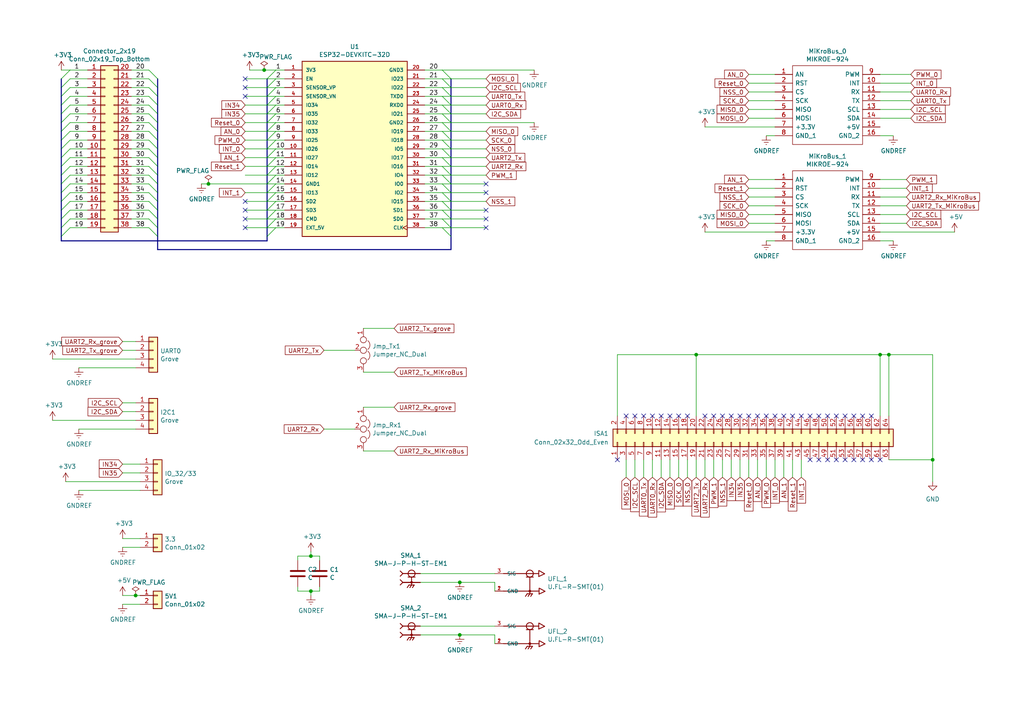
<source format=kicad_sch>
(kicad_sch (version 20211123) (generator eeschema)
  (paper "A4")
  (junction (at 133.35 168.91))
  (junction (at 255.27 102.87))
  (junction (at 133.35 184.15))
  (junction (at 76.6172 20.32))
  (junction (at 90.17 171.45))
  (junction (at 39.3341 172.72))
  (junction (at 201.93 102.87))
  (junction (at 90.17 161.29))
  (junction (at 270.51 133.35))
  (junction (at 257.81 102.87))
  (junction (at 60.4627 53.34))
  (no_connect (at 71.12 58.42))
  (no_connect (at 179.07 133.35))
  (no_connect (at 252.73 120.65))
  (no_connect (at 222.25 120.65))
  (no_connect (at 224.79 120.65))
  (no_connect (at 227.33 120.65))
  (no_connect (at 229.87 120.65))
  (no_connect (at 232.41 120.65))
  (no_connect (at 234.95 120.65))
  (no_connect (at 237.49 120.65))
  (no_connect (at 240.03 120.65))
  (no_connect (at 242.57 120.65))
  (no_connect (at 245.11 120.65))
  (no_connect (at 247.65 120.65))
  (no_connect (at 219.71 120.65))
  (no_connect (at 189.23 120.65))
  (no_connect (at 214.63 120.65))
  (no_connect (at 217.17 120.65))
  (no_connect (at 191.77 120.65))
  (no_connect (at 194.31 120.65))
  (no_connect (at 196.85 120.65))
  (no_connect (at 199.39 120.65))
  (no_connect (at 204.47 120.65))
  (no_connect (at 207.01 120.65))
  (no_connect (at 209.55 120.65))
  (no_connect (at 212.09 120.65))
  (no_connect (at 186.69 120.65))
  (no_connect (at 181.61 120.65))
  (no_connect (at 71.12 66.04))
  (no_connect (at 71.12 25.4))
  (no_connect (at 71.12 63.5))
  (no_connect (at 140.97 55.88))
  (no_connect (at 140.97 53.34))
  (no_connect (at 250.19 120.65))
  (no_connect (at 184.15 120.65))
  (no_connect (at 140.97 60.96))
  (no_connect (at 71.12 27.94))
  (no_connect (at 240.03 133.35))
  (no_connect (at 234.95 133.35))
  (no_connect (at 237.49 133.35))
  (no_connect (at 242.57 133.35))
  (no_connect (at 245.11 133.35))
  (no_connect (at 247.65 133.35))
  (no_connect (at 250.19 133.35))
  (no_connect (at 252.73 133.35))
  (no_connect (at 255.27 133.35))
  (no_connect (at 140.97 66.04))
  (no_connect (at 71.12 22.86))
  (no_connect (at 140.97 63.5))
  (no_connect (at 71.12 60.96))
  (bus_entry (at 77.47 68.58) (size 2.54 -2.54))
  (bus_entry (at 128.27 35.56) (size 2.54 2.54))
  (bus_entry (at 128.27 20.32) (size 2.54 2.54))
  (bus_entry (at 128.27 22.86) (size 2.54 2.54))
  (bus_entry (at 77.47 66.04) (size 2.54 -2.54))
  (bus_entry (at 17.78 68.58) (size 2.54 -2.54))
  (bus_entry (at 17.78 63.5) (size 2.54 -2.54))
  (bus_entry (at 77.47 48.26) (size 2.54 -2.54))
  (bus_entry (at 77.47 58.42) (size 2.54 -2.54))
  (bus_entry (at 17.78 48.26) (size 2.54 -2.54))
  (bus_entry (at 17.78 33.02) (size 2.54 -2.54))
  (bus_entry (at 77.47 60.96) (size 2.54 -2.54))
  (bus_entry (at 77.47 27.94) (size 2.54 -2.54))
  (bus_entry (at 17.78 60.96) (size 2.54 -2.54))
  (bus_entry (at 128.27 33.02) (size 2.54 2.54))
  (bus_entry (at 17.78 27.94) (size 2.54 -2.54))
  (bus_entry (at 128.27 66.04) (size 2.54 2.54))
  (bus_entry (at 77.47 63.5) (size 2.54 -2.54))
  (bus_entry (at 77.47 50.8) (size 2.54 -2.54))
  (bus_entry (at 17.78 55.88) (size 2.54 -2.54))
  (bus_entry (at 77.47 30.48) (size 2.54 -2.54))
  (bus_entry (at 77.47 33.02) (size 2.54 -2.54))
  (bus_entry (at 17.78 40.64) (size 2.54 -2.54))
  (bus_entry (at 43.18 50.8) (size 2.54 2.54))
  (bus_entry (at 128.27 58.42) (size 2.54 2.54))
  (bus_entry (at 17.78 22.86) (size 2.54 -2.54))
  (bus_entry (at 128.27 50.8) (size 2.54 2.54))
  (bus_entry (at 17.78 53.34) (size 2.54 -2.54))
  (bus_entry (at 77.47 53.34) (size 2.54 -2.54))
  (bus_entry (at 17.78 45.72) (size 2.54 -2.54))
  (bus_entry (at 17.78 43.18) (size 2.54 -2.54))
  (bus_entry (at 128.27 27.94) (size 2.54 2.54))
  (bus_entry (at 77.47 55.88) (size 2.54 -2.54))
  (bus_entry (at 43.18 55.88) (size 2.54 2.54))
  (bus_entry (at 128.27 53.34) (size 2.54 2.54))
  (bus_entry (at 17.78 35.56) (size 2.54 -2.54))
  (bus_entry (at 77.47 35.56) (size 2.54 -2.54))
  (bus_entry (at 43.18 43.18) (size 2.54 2.54))
  (bus_entry (at 128.27 45.72) (size 2.54 2.54))
  (bus_entry (at 17.78 38.1) (size 2.54 -2.54))
  (bus_entry (at 128.27 43.18) (size 2.54 2.54))
  (bus_entry (at 43.18 60.96) (size 2.54 2.54))
  (bus_entry (at 77.47 40.64) (size 2.54 -2.54))
  (bus_entry (at 128.27 38.1) (size 2.54 2.54))
  (bus_entry (at 77.47 45.72) (size 2.54 -2.54))
  (bus_entry (at 128.27 40.64) (size 2.54 2.54))
  (bus_entry (at 77.47 38.1) (size 2.54 -2.54))
  (bus_entry (at 43.18 20.32) (size 2.54 2.54))
  (bus_entry (at 128.27 55.88) (size 2.54 2.54))
  (bus_entry (at 43.18 40.64) (size 2.54 2.54))
  (bus_entry (at 128.27 60.96) (size 2.54 2.54))
  (bus_entry (at 128.27 63.5) (size 2.54 2.54))
  (bus_entry (at 43.18 53.34) (size 2.54 2.54))
  (bus_entry (at 43.18 45.72) (size 2.54 2.54))
  (bus_entry (at 43.18 25.4) (size 2.54 2.54))
  (bus_entry (at 43.18 58.42) (size 2.54 2.54))
  (bus_entry (at 43.18 33.02) (size 2.54 2.54))
  (bus_entry (at 128.27 25.4) (size 2.54 2.54))
  (bus_entry (at 43.18 35.56) (size 2.54 2.54))
  (bus_entry (at 77.47 25.4) (size 2.54 -2.54))
  (bus_entry (at 43.18 63.5) (size 2.54 2.54))
  (bus_entry (at 17.78 58.42) (size 2.54 -2.54))
  (bus_entry (at 17.78 30.48) (size 2.54 -2.54))
  (bus_entry (at 43.18 66.04) (size 2.54 2.54))
  (bus_entry (at 43.18 38.1) (size 2.54 2.54))
  (bus_entry (at 43.18 30.48) (size 2.54 2.54))
  (bus_entry (at 128.27 48.26) (size 2.54 2.54))
  (bus_entry (at 43.18 27.94) (size 2.54 2.54))
  (bus_entry (at 17.78 50.8) (size 2.54 -2.54))
  (bus_entry (at 77.47 22.86) (size 2.54 -2.54))
  (bus_entry (at 77.47 43.18) (size 2.54 -2.54))
  (bus_entry (at 43.18 48.26) (size 2.54 2.54))
  (bus_entry (at 128.27 30.48) (size 2.54 2.54))
  (bus_entry (at 17.78 66.04) (size 2.54 -2.54))
  (bus_entry (at 17.78 25.4) (size 2.54 -2.54))
  (bus_entry (at 43.18 22.86) (size 2.54 2.54))
  (wire (pts (xy 77.47 53.34) (xy 80.01 53.34)))
  (bus (pts (xy 17.78 40.64) (xy 17.78 43.18)))
  (wire (pts (xy 80.01 63.5) (xy 82.55 63.5)))
  (wire (pts (xy 123.19 48.26) (xy 128.27 48.26)))
  (wire (pts (xy 255.27 102.87) (xy 201.93 102.87)))
  (wire (pts (xy 123.19 45.72) (xy 128.27 45.72)))
  (bus (pts (xy 45.72 58.42) (xy 45.72 60.96)))
  (bus (pts (xy 45.72 68.58) (xy 45.72 72.39)))
  (wire (pts (xy 128.27 53.34) (xy 130.81 53.34)))
  (wire (pts (xy 20.32 25.4) (xy 25.4 25.4)))
  (wire (pts (xy 71.12 25.4) (xy 77.47 25.4)))
  (wire (pts (xy 143.51 186.69) (xy 143.51 184.15)))
  (wire (pts (xy 130.81 33.02) (xy 140.97 33.02)))
  (wire (pts (xy 43.18 48.26) (xy 38.1 48.26)))
  (wire (pts (xy 130.81 58.42) (xy 140.97 58.42)))
  (wire (pts (xy 201.93 133.35) (xy 201.93 138.43)))
  (bus (pts (xy 45.72 45.72) (xy 45.72 48.26)))
  (wire (pts (xy 20.32 58.42) (xy 25.4 58.42)))
  (bus (pts (xy 17.78 68.58) (xy 17.78 69.85)))
  (wire (pts (xy 80.01 45.72) (xy 82.55 45.72)))
  (bus (pts (xy 130.81 48.26) (xy 130.81 50.8)))
  (bus (pts (xy 130.81 72.39) (xy 45.72 72.39)))
  (wire (pts (xy 92.71 170.18) (xy 92.71 171.45)))
  (wire (pts (xy 123.19 20.32) (xy 128.27 20.32)))
  (wire (pts (xy 255.27 34.29) (xy 264.16 34.29)))
  (wire (pts (xy 22.86 106.68) (xy 39.37 106.68)))
  (bus (pts (xy 130.81 22.86) (xy 130.81 25.4)))
  (bus (pts (xy 77.47 33.02) (xy 77.47 35.56)))
  (wire (pts (xy 255.27 102.87) (xy 255.27 120.65)))
  (wire (pts (xy 71.12 30.48) (xy 77.47 30.48)))
  (wire (pts (xy 224.79 36.83) (xy 204.47 36.83)))
  (wire (pts (xy 130.81 48.26) (xy 140.97 48.26)))
  (wire (pts (xy 105.41 130.81) (xy 114.3 130.81)))
  (bus (pts (xy 130.81 27.94) (xy 130.81 30.48)))
  (wire (pts (xy 38.1 35.56) (xy 43.18 35.56)))
  (wire (pts (xy 130.81 50.8) (xy 140.97 50.8)))
  (wire (pts (xy 35.56 137.16) (xy 40.64 137.16)))
  (bus (pts (xy 17.78 38.1) (xy 17.78 40.64)))
  (wire (pts (xy 20.32 63.5) (xy 25.4 63.5)))
  (bus (pts (xy 17.78 60.96) (xy 17.78 63.5)))
  (wire (pts (xy 38.1 25.4) (xy 43.18 25.4)))
  (bus (pts (xy 17.78 48.26) (xy 17.78 50.8)))
  (wire (pts (xy 264.16 21.59) (xy 255.27 21.59)))
  (wire (pts (xy 77.47 27.94) (xy 80.01 27.94)))
  (wire (pts (xy 39.37 104.14) (xy 15.24 104.14)))
  (wire (pts (xy 232.41 133.35) (xy 232.41 138.43)))
  (bus (pts (xy 17.78 63.5) (xy 17.78 66.04)))
  (wire (pts (xy 77.47 35.56) (xy 80.01 35.56)))
  (wire (pts (xy 38.1 55.88) (xy 43.18 55.88)))
  (wire (pts (xy 130.81 45.72) (xy 140.97 45.72)))
  (bus (pts (xy 77.47 68.58) (xy 77.47 69.85)))
  (wire (pts (xy 224.79 54.61) (xy 217.17 54.61)))
  (bus (pts (xy 77.47 40.64) (xy 77.47 43.18)))
  (wire (pts (xy 80.01 38.1) (xy 82.55 38.1)))
  (wire (pts (xy 121.92 168.91) (xy 133.35 168.91)))
  (wire (pts (xy 270.51 133.35) (xy 270.51 139.7)))
  (bus (pts (xy 45.72 60.96) (xy 45.72 63.5)))
  (wire (pts (xy 133.35 184.15) (xy 121.92 184.15)))
  (wire (pts (xy 77.47 50.8) (xy 80.01 50.8)))
  (wire (pts (xy 259.08 69.85) (xy 255.27 69.85)))
  (wire (pts (xy 123.19 38.1) (xy 128.27 38.1)))
  (wire (pts (xy 270.51 133.35) (xy 270.51 102.87)))
  (wire (pts (xy 71.12 60.96) (xy 77.47 60.96)))
  (wire (pts (xy 80.01 35.56) (xy 82.55 35.56)))
  (wire (pts (xy 43.18 53.34) (xy 38.1 53.34)))
  (wire (pts (xy 130.81 25.4) (xy 140.97 25.4)))
  (bus (pts (xy 77.47 58.42) (xy 77.47 60.96)))
  (wire (pts (xy 217.17 133.35) (xy 217.17 138.43)))
  (bus (pts (xy 130.81 60.96) (xy 130.81 63.5)))
  (wire (pts (xy 130.81 43.18) (xy 140.97 43.18)))
  (wire (pts (xy 93.98 124.46) (xy 102.87 124.46)))
  (wire (pts (xy 90.17 161.29) (xy 92.71 161.29)))
  (wire (pts (xy 219.71 133.35) (xy 219.71 138.43)))
  (bus (pts (xy 130.81 63.5) (xy 130.81 66.04)))
  (bus (pts (xy 130.81 30.48) (xy 130.81 33.02)))
  (bus (pts (xy 130.81 38.1) (xy 130.81 40.64)))
  (wire (pts (xy 181.61 133.35) (xy 181.61 138.43)))
  (wire (pts (xy 217.17 64.77) (xy 224.79 64.77)))
  (wire (pts (xy 80.01 25.4) (xy 82.55 25.4)))
  (wire (pts (xy 43.18 58.42) (xy 38.1 58.42)))
  (wire (pts (xy 264.16 29.21) (xy 255.27 29.21)))
  (bus (pts (xy 77.47 66.04) (xy 77.47 68.58)))
  (wire (pts (xy 224.79 57.15) (xy 217.17 57.15)))
  (wire (pts (xy 128.27 30.48) (xy 130.81 30.48)))
  (wire (pts (xy 43.18 27.94) (xy 38.1 27.94)))
  (wire (pts (xy 20.32 50.8) (xy 25.4 50.8)))
  (wire (pts (xy 71.12 38.1) (xy 77.47 38.1)))
  (bus (pts (xy 45.72 38.1) (xy 45.72 40.64)))
  (wire (pts (xy 71.12 45.72) (xy 77.47 45.72)))
  (wire (pts (xy 123.19 43.18) (xy 128.27 43.18)))
  (wire (pts (xy 227.33 133.35) (xy 227.33 138.43)))
  (bus (pts (xy 130.81 68.58) (xy 130.81 72.39)))
  (wire (pts (xy 39.37 116.84) (xy 35.56 116.84)))
  (wire (pts (xy 217.17 59.69) (xy 224.79 59.69)))
  (wire (pts (xy 77.47 40.64) (xy 80.01 40.64)))
  (bus (pts (xy 45.72 43.18) (xy 45.72 45.72)))
  (wire (pts (xy 224.79 24.13) (xy 217.17 24.13)))
  (wire (pts (xy 224.79 69.85) (xy 222.25 69.85)))
  (wire (pts (xy 186.69 133.35) (xy 186.69 138.43)))
  (wire (pts (xy 20.32 53.34) (xy 25.4 53.34)))
  (bus (pts (xy 17.78 33.02) (xy 17.78 35.56)))
  (wire (pts (xy 212.09 133.35) (xy 212.09 138.43)))
  (bus (pts (xy 130.81 53.34) (xy 130.81 55.88)))
  (wire (pts (xy 77.47 60.96) (xy 80.01 60.96)))
  (wire (pts (xy 39.3341 172.72) (xy 35.56 172.72)))
  (wire (pts (xy 17.78 20.32) (xy 20.32 20.32)))
  (bus (pts (xy 17.78 30.48) (xy 17.78 33.02)))
  (wire (pts (xy 39.37 99.06) (xy 35.56 99.06)))
  (wire (pts (xy 121.92 181.61) (xy 143.51 181.61)))
  (bus (pts (xy 45.72 25.4) (xy 45.72 27.94)))
  (wire (pts (xy 40.64 175.26) (xy 35.56 175.26)))
  (bus (pts (xy 130.81 25.4) (xy 130.81 27.94)))
  (bus (pts (xy 77.47 50.8) (xy 77.47 53.34)))
  (wire (pts (xy 128.27 66.04) (xy 130.81 66.04)))
  (wire (pts (xy 262.89 59.69) (xy 255.27 59.69)))
  (wire (pts (xy 128.27 45.72) (xy 130.81 45.72)))
  (wire (pts (xy 20.32 43.18) (xy 25.4 43.18)))
  (wire (pts (xy 92.71 161.29) (xy 92.71 162.56)))
  (wire (pts (xy 40.64 156.21) (xy 35.56 156.21)))
  (bus (pts (xy 77.47 60.96) (xy 77.47 63.5)))
  (wire (pts (xy 80.01 60.96) (xy 82.55 60.96)))
  (bus (pts (xy 45.72 53.34) (xy 45.72 55.88)))
  (wire (pts (xy 130.81 30.48) (xy 140.97 30.48)))
  (wire (pts (xy 20.32 30.48) (xy 25.4 30.48)))
  (wire (pts (xy 25.4 33.02) (xy 20.32 33.02)))
  (wire (pts (xy 38.1 45.72) (xy 43.18 45.72)))
  (wire (pts (xy 20.32 48.26) (xy 25.4 48.26)))
  (wire (pts (xy 179.07 102.87) (xy 179.07 120.65)))
  (wire (pts (xy 77.47 38.1) (xy 80.01 38.1)))
  (bus (pts (xy 17.78 53.34) (xy 17.78 55.88)))
  (wire (pts (xy 80.01 55.88) (xy 82.55 55.88)))
  (wire (pts (xy 130.81 55.88) (xy 140.97 55.88)))
  (wire (pts (xy 217.17 34.29) (xy 224.79 34.29)))
  (bus (pts (xy 17.78 25.4) (xy 17.78 27.94)))
  (wire (pts (xy 80.01 58.42) (xy 82.55 58.42)))
  (wire (pts (xy 224.79 67.31) (xy 204.47 67.31)))
  (bus (pts (xy 45.72 22.86) (xy 45.72 25.4)))
  (wire (pts (xy 184.15 133.35) (xy 184.15 138.43)))
  (bus (pts (xy 130.81 50.8) (xy 130.81 53.34)))
  (wire (pts (xy 86.36 161.29) (xy 90.17 161.29)))
  (wire (pts (xy 38.1 40.64) (xy 43.18 40.64)))
  (bus (pts (xy 77.47 43.18) (xy 77.47 45.72)))
  (wire (pts (xy 255.27 64.77) (xy 262.89 64.77)))
  (wire (pts (xy 128.27 48.26) (xy 130.81 48.26)))
  (wire (pts (xy 25.4 38.1) (xy 20.32 38.1)))
  (wire (pts (xy 123.19 60.96) (xy 128.27 60.96)))
  (wire (pts (xy 191.77 133.35) (xy 191.77 138.43)))
  (wire (pts (xy 207.01 133.35) (xy 207.01 138.43)))
  (wire (pts (xy 80.01 48.26) (xy 82.55 48.26)))
  (wire (pts (xy 130.81 22.86) (xy 140.97 22.86)))
  (wire (pts (xy 71.12 27.94) (xy 77.47 27.94)))
  (wire (pts (xy 264.16 31.75) (xy 255.27 31.75)))
  (bus (pts (xy 77.47 48.26) (xy 77.47 50.8)))
  (bus (pts (xy 45.72 40.64) (xy 45.72 43.18)))
  (wire (pts (xy 130.81 38.1) (xy 140.97 38.1)))
  (wire (pts (xy 128.27 38.1) (xy 130.81 38.1)))
  (bus (pts (xy 17.78 22.86) (xy 17.78 25.4)))
  (wire (pts (xy 128.27 60.96) (xy 130.81 60.96)))
  (wire (pts (xy 20.32 20.32) (xy 25.4 20.32)))
  (wire (pts (xy 77.47 33.02) (xy 80.01 33.02)))
  (wire (pts (xy 20.32 60.96) (xy 25.4 60.96)))
  (bus (pts (xy 45.72 50.8) (xy 45.72 53.34)))
  (wire (pts (xy 43.18 63.5) (xy 38.1 63.5)))
  (wire (pts (xy 128.27 55.88) (xy 130.81 55.88)))
  (wire (pts (xy 255.27 26.67) (xy 264.16 26.67)))
  (wire (pts (xy 217.17 29.21) (xy 224.79 29.21)))
  (wire (pts (xy 214.63 133.35) (xy 214.63 138.43)))
  (wire (pts (xy 264.16 24.13) (xy 255.27 24.13)))
  (wire (pts (xy 222.25 133.35) (xy 222.25 138.43)))
  (wire (pts (xy 71.12 66.04) (xy 77.47 66.04)))
  (wire (pts (xy 123.19 40.64) (xy 128.27 40.64)))
  (wire (pts (xy 130.81 60.96) (xy 140.97 60.96)))
  (wire (pts (xy 20.32 55.88) (xy 25.4 55.88)))
  (wire (pts (xy 128.27 25.4) (xy 130.81 25.4)))
  (wire (pts (xy 201.93 102.87) (xy 179.07 102.87)))
  (wire (pts (xy 189.23 133.35) (xy 189.23 138.43)))
  (wire (pts (xy 123.19 50.8) (xy 128.27 50.8)))
  (wire (pts (xy 25.4 45.72) (xy 20.32 45.72)))
  (wire (pts (xy 199.39 133.35) (xy 199.39 138.43)))
  (wire (pts (xy 80.01 20.32) (xy 82.55 20.32)))
  (wire (pts (xy 201.93 102.87) (xy 201.93 120.65)))
  (wire (pts (xy 130.81 63.5) (xy 140.97 63.5)))
  (wire (pts (xy 105.41 107.95) (xy 114.3 107.95)))
  (wire (pts (xy 224.79 133.35) (xy 224.79 138.43)))
  (wire (pts (xy 77.47 22.86) (xy 80.01 22.86)))
  (wire (pts (xy 40.64 172.72) (xy 39.3341 172.72)))
  (wire (pts (xy 130.81 66.04) (xy 140.97 66.04)))
  (bus (pts (xy 17.78 66.04) (xy 17.78 68.58)))
  (wire (pts (xy 39.37 121.92) (xy 15.24 121.92)))
  (wire (pts (xy 38.1 60.96) (xy 43.18 60.96)))
  (wire (pts (xy 224.79 21.59) (xy 217.17 21.59)))
  (wire (pts (xy 80.01 33.02) (xy 82.55 33.02)))
  (wire (pts (xy 128.27 27.94) (xy 130.81 27.94)))
  (bus (pts (xy 77.47 55.88) (xy 77.47 58.42)))
  (wire (pts (xy 130.81 40.64) (xy 140.97 40.64)))
  (wire (pts (xy 259.08 39.37) (xy 255.27 39.37)))
  (wire (pts (xy 80.01 50.8) (xy 82.55 50.8)))
  (wire (pts (xy 38.1 20.32) (xy 43.18 20.32)))
  (wire (pts (xy 35.56 134.62) (xy 40.64 134.62)))
  (wire (pts (xy 204.47 133.35) (xy 204.47 138.43)))
  (wire (pts (xy 262.89 57.15) (xy 255.27 57.15)))
  (bus (pts (xy 130.81 35.56) (xy 130.81 38.1)))
  (wire (pts (xy 77.47 66.04) (xy 80.01 66.04)))
  (wire (pts (xy 90.17 171.45) (xy 86.36 171.45)))
  (wire (pts (xy 257.81 102.87) (xy 257.81 120.65)))
  (bus (pts (xy 130.81 40.64) (xy 130.81 43.18)))
  (bus (pts (xy 130.81 45.72) (xy 130.81 48.26)))
  (bus (pts (xy 17.78 50.8) (xy 17.78 53.34)))
  (bus (pts (xy 130.81 58.42) (xy 130.81 60.96)))
  (wire (pts (xy 133.35 168.91) (xy 143.51 168.91)))
  (wire (pts (xy 123.19 35.56) (xy 128.27 35.56)))
  (wire (pts (xy 39.37 101.6) (xy 35.56 101.6)))
  (wire (pts (xy 71.12 33.02) (xy 77.47 33.02)))
  (wire (pts (xy 143.51 168.91) (xy 143.51 171.45)))
  (bus (pts (xy 17.78 35.56) (xy 17.78 38.1)))
  (bus (pts (xy 77.47 35.56) (xy 77.47 38.1)))
  (wire (pts (xy 123.19 63.5) (xy 128.27 63.5)))
  (bus (pts (xy 77.47 38.1) (xy 77.47 40.64)))
  (wire (pts (xy 123.19 58.42) (xy 128.27 58.42)))
  (wire (pts (xy 262.89 62.23) (xy 255.27 62.23)))
  (bus (pts (xy 130.81 43.18) (xy 130.81 45.72)))
  (wire (pts (xy 80.01 30.48) (xy 82.55 30.48)))
  (wire (pts (xy 229.87 133.35) (xy 229.87 138.43)))
  (wire (pts (xy 80.01 53.34) (xy 82.55 53.34)))
  (wire (pts (xy 43.18 22.86) (xy 38.1 22.86)))
  (bus (pts (xy 17.78 58.42) (xy 17.78 60.96)))
  (wire (pts (xy 43.18 33.02) (xy 38.1 33.02)))
  (wire (pts (xy 128.27 20.32) (xy 154.94 20.32)))
  (wire (pts (xy 38.1 50.8) (xy 43.18 50.8)))
  (bus (pts (xy 45.72 48.26) (xy 45.72 50.8)))
  (wire (pts (xy 77.47 30.48) (xy 80.01 30.48)))
  (wire (pts (xy 39.37 119.38) (xy 35.56 119.38)))
  (bus (pts (xy 77.47 25.4) (xy 77.47 27.94)))
  (wire (pts (xy 71.12 55.88) (xy 77.47 55.88)))
  (wire (pts (xy 77.47 55.88) (xy 80.01 55.88)))
  (wire (pts (xy 123.19 25.4) (xy 128.27 25.4)))
  (bus (pts (xy 17.78 45.72) (xy 17.78 48.26)))
  (wire (pts (xy 71.12 63.5) (xy 77.47 63.5)))
  (bus (pts (xy 45.72 63.5) (xy 45.72 66.04)))
  (wire (pts (xy 58.42 53.34) (xy 60.4627 53.34)))
  (wire (pts (xy 25.4 22.86) (xy 20.32 22.86)))
  (wire (pts (xy 80.01 22.86) (xy 82.55 22.86)))
  (wire (pts (xy 80.01 43.18) (xy 82.55 43.18)))
  (wire (pts (xy 22.86 142.24) (xy 40.64 142.24)))
  (wire (pts (xy 224.79 31.75) (xy 217.17 31.75)))
  (wire (pts (xy 43.18 38.1) (xy 38.1 38.1)))
  (wire (pts (xy 71.12 22.86) (xy 77.47 22.86)))
  (wire (pts (xy 43.18 43.18) (xy 38.1 43.18)))
  (wire (pts (xy 25.4 27.94) (xy 20.32 27.94)))
  (wire (pts (xy 128.27 33.02) (xy 130.81 33.02)))
  (bus (pts (xy 77.47 69.85) (xy 17.78 69.85)))
  (bus (pts (xy 45.72 33.02) (xy 45.72 35.56)))
  (wire (pts (xy 130.81 35.56) (xy 154.94 35.56)))
  (bus (pts (xy 45.72 66.04) (xy 45.72 68.58)))
  (bus (pts (xy 77.47 22.86) (xy 77.47 25.4)))
  (wire (pts (xy 123.19 66.04) (xy 128.27 66.04)))
  (wire (pts (xy 194.31 133.35) (xy 194.31 138.43)))
  (wire (pts (xy 270.51 102.87) (xy 257.81 102.87)))
  (wire (pts (xy 224.79 62.23) (xy 217.17 62.23)))
  (bus (pts (xy 17.78 43.18) (xy 17.78 45.72)))
  (wire (pts (xy 257.81 102.87) (xy 255.27 102.87)))
  (wire (pts (xy 128.27 22.86) (xy 130.81 22.86)))
  (wire (pts (xy 19.05 139.7) (xy 40.64 139.7)))
  (wire (pts (xy 86.36 162.56) (xy 86.36 161.29)))
  (bus (pts (xy 130.81 55.88) (xy 130.81 58.42)))
  (wire (pts (xy 196.85 133.35) (xy 196.85 138.43)))
  (wire (pts (xy 72.39 20.32) (xy 76.6172 20.32)))
  (wire (pts (xy 93.98 101.6) (xy 102.87 101.6)))
  (bus (pts (xy 77.47 30.48) (xy 77.47 33.02)))
  (wire (pts (xy 22.86 124.46) (xy 39.37 124.46)))
  (wire (pts (xy 76.6172 20.32) (xy 80.01 20.32)))
  (wire (pts (xy 128.27 35.56) (xy 130.81 35.56)))
  (wire (pts (xy 71.12 40.64) (xy 77.47 40.64)))
  (wire (pts (xy 123.19 33.02) (xy 128.27 33.02)))
  (wire (pts (xy 123.19 55.88) (xy 128.27 55.88)))
  (bus (pts (xy 17.78 55.88) (xy 17.78 58.42)))
  (wire (pts (xy 71.12 58.42) (xy 77.47 58.42)))
  (wire (pts (xy 71.12 48.26) (xy 77.47 48.26)))
  (bus (pts (xy 45.72 27.94) (xy 45.72 30.48)))
  (wire (pts (xy 114.3 95.25) (xy 105.41 95.25)))
  (wire (pts (xy 123.19 27.94) (xy 128.27 27.94)))
  (wire (pts (xy 77.47 48.26) (xy 80.01 48.26)))
  (wire (pts (xy 114.3 118.11) (xy 105.41 118.11)))
  (wire (pts (xy 90.17 172.72) (xy 90.17 171.45)))
  (bus (pts (xy 77.47 45.72) (xy 77.47 48.26)))
  (wire (pts (xy 86.36 171.45) (xy 86.36 170.18)))
  (wire (pts (xy 123.19 53.34) (xy 128.27 53.34)))
  (wire (pts (xy 71.12 50.8) (xy 77.47 50.8)))
  (bus (pts (xy 130.81 66.04) (xy 130.81 68.58)))
  (wire (pts (xy 77.47 45.72) (xy 80.01 45.72)))
  (wire (pts (xy 130.81 27.94) (xy 140.97 27.94)))
  (wire (pts (xy 80.01 40.64) (xy 82.55 40.64)))
  (wire (pts (xy 257.81 133.35) (xy 270.51 133.35)))
  (wire (pts (xy 92.71 171.45) (xy 90.17 171.45)))
  (bus (pts (xy 17.78 27.94) (xy 17.78 30.48)))
  (wire (pts (xy 262.89 54.61) (xy 255.27 54.61)))
  (bus (pts (xy 45.72 35.56) (xy 45.72 38.1)))
  (wire (pts (xy 38.1 30.48) (xy 43.18 30.48)))
  (wire (pts (xy 38.1 66.04) (xy 43.18 66.04)))
  (wire (pts (xy 90.17 160.02) (xy 90.17 161.29)))
  (wire (pts (xy 77.47 63.5) (xy 80.01 63.5)))
  (wire (pts (xy 128.27 43.18) (xy 130.81 43.18)))
  (wire (pts (xy 209.55 133.35) (xy 209.55 138.43)))
  (wire (pts (xy 80.01 66.04) (xy 82.55 66.04)))
  (bus (pts (xy 45.72 55.88) (xy 45.72 58.42)))
  (wire (pts (xy 262.89 52.07) (xy 255.27 52.07)))
  (wire (pts (xy 276.86 67.31) (xy 255.27 67.31)))
  (wire (pts (xy 130.81 53.34) (xy 140.97 53.34)))
  (bus (pts (xy 77.47 63.5) (xy 77.47 66.04)))
  (wire (pts (xy 128.27 58.42) (xy 130.81 58.42)))
  (bus (pts (xy 130.81 33.02) (xy 130.81 35.56)))
  (wire (pts (xy 143.51 184.15) (xy 133.35 184.15)))
  (wire (pts (xy 123.19 22.86) (xy 128.27 22.86)))
  (wire (pts (xy 224.79 39.37) (xy 222.25 39.37)))
  (wire (pts (xy 71.12 35.56) (xy 77.47 35.56)))
  (wire (pts (xy 77.47 43.18) (xy 80.01 43.18)))
  (wire (pts (xy 128.27 50.8) (xy 130.81 50.8)))
  (wire (pts (xy 224.79 26.67) (xy 217.17 26.67)))
  (wire (pts (xy 77.47 25.4) (xy 80.01 25.4)))
  (wire (pts (xy 20.32 40.64) (xy 25.4 40.64)))
  (bus (pts (xy 77.47 27.94) (xy 77.47 30.48)))
  (wire (pts (xy 40.64 158.75) (xy 35.56 158.75)))
  (wire (pts (xy 80.01 27.94) (xy 82.55 27.94)))
  (bus (pts (xy 45.72 30.48) (xy 45.72 33.02)))
  (wire (pts (xy 224.79 52.07) (xy 217.17 52.07)))
  (wire (pts (xy 128.27 40.64) (xy 130.81 40.64)))
  (bus (pts (xy 77.47 53.34) (xy 77.47 55.88)))
  (wire (pts (xy 20.32 35.56) (xy 25.4 35.56)))
  (wire (pts (xy 71.12 43.18) (xy 77.47 43.18)))
  (wire (pts (xy 77.47 58.42) (xy 80.01 58.42)))
  (wire (pts (xy 60.4627 53.34) (xy 77.47 53.34)))
  (wire (pts (xy 143.51 166.37) (xy 121.92 166.37)))
  (wire (pts (xy 128.27 63.5) (xy 130.81 63.5)))
  (wire (pts (xy 20.32 66.04) (xy 25.4 66.04)))
  (wire (pts (xy 123.19 30.48) (xy 128.27 30.48)))
  (label "13" (at 21.59 50.8 0))
  (label "18" (at 80.01 63.5 0))
  (label "19" (at 80.01 66.04 0))
  (label "2" (at 80.01 22.86 0))
  (label "36" (at 39.37 60.96 0))
  (label "9" (at 80.01 40.64 0))
  (label "26" (at 124.46 35.56 0))
  (label "29" (at 39.37 43.18 0))
  (label "2" (at 21.59 22.86 0))
  (label "12" (at 80.01 48.26 0))
  (label "38" (at 39.37 66.04 0))
  (label "7" (at 80.01 35.56 0))
  (label "15" (at 21.59 55.88 0))
  (label "8" (at 80.01 38.1 0))
  (label "37" (at 39.37 63.5 0))
  (label "27" (at 124.46 38.1 0))
  (label "16" (at 21.59 58.42 0))
  (label "21" (at 39.37 22.86 0))
  (label "5" (at 21.59 30.48 0))
  (label "3" (at 80.01 25.4 0))
  (label "33" (at 39.37 53.34 0))
  (label "10" (at 21.59 43.18 0))
  (label "31" (at 124.46 48.26 0))
  (label "18" (at 21.59 63.5 0))
  (label "11" (at 21.59 45.72 0))
  (label "28" (at 39.37 40.64 0))
  (label "30" (at 39.37 45.72 0))
  (label "11" (at 80.01 45.72 0))
  (label "30" (at 124.46 45.72 0))
  (label "28" (at 124.46 40.64 0))
  (label "26" (at 39.37 35.56 0))
  (label "7" (at 21.59 35.56 0))
  (label "8" (at 21.59 38.1 0))
  (label "4" (at 21.59 27.94 0))
  (label "27" (at 39.37 38.1 0))
  (label "13" (at 80.01 50.8 0))
  (label "29" (at 124.46 43.18 0))
  (label "14" (at 80.01 53.34 0))
  (label "17" (at 80.01 60.96 0))
  (label "12" (at 21.59 48.26 0))
  (label "20" (at 124.46 20.32 0))
  (label "22" (at 124.46 25.4 0))
  (label "6" (at 80.01 33.02 0))
  (label "6" (at 21.59 33.02 0))
  (label "25" (at 39.37 33.02 0))
  (label "19" (at 21.59 66.04 0))
  (label "17" (at 21.59 60.96 0))
  (label "16" (at 80.01 58.42 0))
  (label "3" (at 21.59 25.4 0))
  (label "32" (at 124.46 50.8 0))
  (label "21" (at 124.46 22.86 0))
  (label "24" (at 39.37 30.48 0))
  (label "38" (at 124.46 66.04 0))
  (label "36" (at 124.46 60.96 0))
  (label "23" (at 124.46 27.94 0))
  (label "5" (at 80.01 30.48 0))
  (label "35" (at 124.46 58.42 0))
  (label "4" (at 80.01 27.94 0))
  (label "1" (at 80.01 20.32 0))
  (label "15" (at 80.01 55.88 0))
  (label "33" (at 124.46 53.34 0))
  (label "10" (at 80.01 43.18 0))
  (label "31" (at 39.37 48.26 0))
  (label "25" (at 124.46 33.02 0))
  (label "32" (at 39.37 50.8 0))
  (label "23" (at 39.37 27.94 0))
  (label "20" (at 39.37 20.32 0))
  (label "9" (at 21.59 40.64 0))
  (label "34" (at 39.37 55.88 0))
  (label "35" (at 39.37 58.42 0))
  (label "34" (at 124.46 55.88 0))
  (label "1" (at 21.59 20.32 0))
  (label "37" (at 124.46 63.5 0))
  (label "24" (at 124.46 30.48 0))
  (label "14" (at 21.59 53.34 0))
  (label "22" (at 39.37 25.4 0))
  (global_label "PWM_1" (shape input) (at 140.97 50.8 0) (property "Intersheet References" "${INTERSHEET_REFS}" (effects hide)))
  (global_label "AN_0" (shape input) (at 219.71 138.43 270) (property "Intersheet References" "${INTERSHEET_REFS}" (effects hide)))
  (global_label "AN_0" (shape input) (at 217.17 21.59 180) (property "Intersheet References" "${INTERSHEET_REFS}" (effects hide)))
  (global_label "UART0_Tx" (shape input) (at 264.16 29.21 0) (property "Intersheet References" "${INTERSHEET_REFS}" (effects hide)))
  (global_label "I2C_SDA" (shape input) (at 262.89 64.77 0) (property "Intersheet References" "${INTERSHEET_REFS}" (effects hide)))
  (global_label "Reset_0" (shape input) (at 217.17 138.43 270) (property "Intersheet References" "${INTERSHEET_REFS}" (effects hide)))
  (global_label "MOSI_0" (shape input) (at 217.17 64.77 180) (property "Intersheet References" "${INTERSHEET_REFS}" (effects hide)))
  (global_label "IN34" (shape input) (at 212.09 138.43 270) (property "Intersheet References" "${INTERSHEET_REFS}" (effects hide)))
  (global_label "UART2_Tx" (shape input) (at 93.98 101.6 180) (property "Intersheet References" "${INTERSHEET_REFS}" (effects hide)))
  (global_label "UART2_Tx_grove" (shape input) (at 114.3 95.25 0) (property "Intersheet References" "${INTERSHEET_REFS}" (effects hide)))
  (global_label "IN35" (shape input) (at 35.56 137.16 180) (property "Intersheet References" "${INTERSHEET_REFS}" (effects hide)))
  (global_label "Reset_1" (shape input) (at 71.12 48.26 180) (property "Intersheet References" "${INTERSHEET_REFS}" (effects hide)))
  (global_label "UART2_Rx" (shape input) (at 204.47 138.43 270) (property "Intersheet References" "${INTERSHEET_REFS}" (effects hide)))
  (global_label "PWM_1" (shape input) (at 207.01 138.43 270) (property "Intersheet References" "${INTERSHEET_REFS}" (effects hide)))
  (global_label "NSS_0" (shape input) (at 140.97 43.18 0) (property "Intersheet References" "${INTERSHEET_REFS}" (effects hide)))
  (global_label "SCK_0" (shape input) (at 140.97 40.64 0) (property "Intersheet References" "${INTERSHEET_REFS}" (effects hide)))
  (global_label "IN35" (shape input) (at 214.63 138.43 270) (property "Intersheet References" "${INTERSHEET_REFS}" (effects hide)))
  (global_label "UART2_Rx_MiKroBus" (shape input) (at 114.3 130.81 0) (property "Intersheet References" "${INTERSHEET_REFS}" (effects hide)))
  (global_label "NSS_0" (shape input) (at 217.17 26.67 180) (property "Intersheet References" "${INTERSHEET_REFS}" (effects hide)))
  (global_label "IN35" (shape input) (at 71.12 33.02 180) (property "Intersheet References" "${INTERSHEET_REFS}" (effects hide)))
  (global_label "INT_1" (shape input) (at 262.89 54.61 0) (property "Intersheet References" "${INTERSHEET_REFS}" (effects hide)))
  (global_label "MISO_0" (shape input) (at 217.17 31.75 180) (property "Intersheet References" "${INTERSHEET_REFS}" (effects hide)))
  (global_label "I2C_SCL" (shape input) (at 35.56 116.84 180) (property "Intersheet References" "${INTERSHEET_REFS}" (effects hide)))
  (global_label "INT_0" (shape input) (at 264.16 24.13 0) (property "Intersheet References" "${INTERSHEET_REFS}" (effects hide)))
  (global_label "UART2_Tx" (shape input) (at 140.97 45.72 0) (property "Intersheet References" "${INTERSHEET_REFS}" (effects hide)))
  (global_label "MISO_0" (shape input) (at 140.97 38.1 0) (property "Intersheet References" "${INTERSHEET_REFS}" (effects hide)))
  (global_label "UART0_Rx" (shape input) (at 264.16 26.67 0) (property "Intersheet References" "${INTERSHEET_REFS}" (effects hide)))
  (global_label "UART2_Tx_MiKroBus" (shape input) (at 114.3 107.95 0) (property "Intersheet References" "${INTERSHEET_REFS}" (effects hide)))
  (global_label "MISO_0" (shape input) (at 217.17 62.23 180) (property "Intersheet References" "${INTERSHEET_REFS}" (effects hide)))
  (global_label "UART2_Rx" (shape input) (at 93.98 124.46 180) (property "Intersheet References" "${INTERSHEET_REFS}" (effects hide)))
  (global_label "UART0_Rx" (shape input) (at 189.23 138.43 270) (property "Intersheet References" "${INTERSHEET_REFS}" (effects hide)))
  (global_label "AN_1" (shape input) (at 71.12 45.72 180) (property "Intersheet References" "${INTERSHEET_REFS}" (effects hide)))
  (global_label "INT_1" (shape input) (at 232.41 138.43 270) (property "Intersheet References" "${INTERSHEET_REFS}" (effects hide)))
  (global_label "AN_0" (shape input) (at 71.12 38.1 180) (property "Intersheet References" "${INTERSHEET_REFS}" (effects hide)))
  (global_label "UART2_Rx_grove" (shape input) (at 114.3 118.11 0) (property "Intersheet References" "${INTERSHEET_REFS}" (effects hide)))
  (global_label "IN34" (shape input) (at 71.12 30.48 180) (property "Intersheet References" "${INTERSHEET_REFS}" (effects hide)))
  (global_label "PWM_0" (shape input) (at 264.16 21.59 0) (property "Intersheet References" "${INTERSHEET_REFS}" (effects hide)))
  (global_label "AN_1" (shape input) (at 217.17 52.07 180) (property "Intersheet References" "${INTERSHEET_REFS}" (effects hide)))
  (global_label "UART2_Rx_MiKroBus" (shape input) (at 262.89 57.15 0) (property "Intersheet References" "${INTERSHEET_REFS}" (effects hide)))
  (global_label "I2C_SDA" (shape input) (at 191.77 138.43 270) (property "Intersheet References" "${INTERSHEET_REFS}" (effects hide)))
  (global_label "INT_1" (shape input) (at 71.12 55.88 180) (property "Intersheet References" "${INTERSHEET_REFS}" (effects hide)))
  (global_label "AN_1" (shape input) (at 227.33 138.43 270) (property "Intersheet References" "${INTERSHEET_REFS}" (effects hide)))
  (global_label "INT_0" (shape input) (at 71.12 43.18 180) (property "Intersheet References" "${INTERSHEET_REFS}" (effects hide)))
  (global_label "MISO_0" (shape input) (at 194.31 138.43 270) (property "Intersheet References" "${INTERSHEET_REFS}" (effects hide)))
  (global_label "UART2_Tx_MiKroBus" (shape input) (at 262.89 59.69 0) (property "Intersheet References" "${INTERSHEET_REFS}" (effects hide)))
  (global_label "SCK_0" (shape input) (at 217.17 29.21 180) (property "Intersheet References" "${INTERSHEET_REFS}" (effects hide)))
  (global_label "PWM_0" (shape input) (at 71.12 40.64 180) (property "Intersheet References" "${INTERSHEET_REFS}" (effects hide)))
  (global_label "UART0_Rx" (shape input) (at 140.97 30.48 0) (property "Intersheet References" "${INTERSHEET_REFS}" (effects hide)))
  (global_label "I2C_SCL" (shape input) (at 140.97 25.4 0) (property "Intersheet References" "${INTERSHEET_REFS}" (effects hide)))
  (global_label "Reset_0" (shape input) (at 71.12 35.56 180) (property "Intersheet References" "${INTERSHEET_REFS}" (effects hide)))
  (global_label "UART2_Rx" (shape input) (at 140.97 48.26 0) (property "Intersheet References" "${INTERSHEET_REFS}" (effects hide)))
  (global_label "PWM_0" (shape input) (at 222.25 138.43 270) (property "Intersheet References" "${INTERSHEET_REFS}" (effects hide)))
  (global_label "Reset_0" (shape input) (at 217.17 24.13 180) (property "Intersheet References" "${INTERSHEET_REFS}" (effects hide)))
  (global_label "I2C_SDA" (shape input) (at 140.97 33.02 0) (property "Intersheet References" "${INTERSHEET_REFS}" (effects hide)))
  (global_label "UART2_Rx_grove" (shape input) (at 35.56 99.06 180) (property "Intersheet References" "${INTERSHEET_REFS}" (effects hide)))
  (global_label "NSS_0" (shape input) (at 199.39 138.43 270) (property "Intersheet References" "${INTERSHEET_REFS}" (effects hide)))
  (global_label "UART2_Tx" (shape input) (at 201.93 138.43 270) (property "Intersheet References" "${INTERSHEET_REFS}" (effects hide)))
  (global_label "Reset_1" (shape input) (at 229.87 138.43 270) (property "Intersheet References" "${INTERSHEET_REFS}" (effects hide)))
  (global_label "UART0_Tx" (shape input) (at 186.69 138.43 270) (property "Intersheet References" "${INTERSHEET_REFS}" (effects hide)))
  (global_label "IN34" (shape input) (at 35.56 134.62 180) (property "Intersheet References" "${INTERSHEET_REFS}" (effects hide)))
  (global_label "Reset_1" (shape input) (at 217.17 54.61 180) (property "Intersheet References" "${INTERSHEET_REFS}" (effects hide)))
  (global_label "NSS_1" (shape input) (at 209.55 138.43 270) (property "Intersheet References" "${INTERSHEET_REFS}" (effects hide)))
  (global_label "I2C_SDA" (shape input) (at 35.56 119.38 180) (property "Intersheet References" "${INTERSHEET_REFS}" (effects hide)))
  (global_label "NSS_1" (shape input) (at 217.17 57.15 180) (property "Intersheet References" "${INTERSHEET_REFS}" (effects hide)))
  (global_label "I2C_SCL" (shape input) (at 264.16 31.75 0) (property "Intersheet References" "${INTERSHEET_REFS}" (effects hide)))
  (global_label "INT_0" (shape input) (at 224.79 138.43 270) (property "Intersheet References" "${INTERSHEET_REFS}" (effects hide)))
  (global_label "MOSI_0" (shape input) (at 181.61 138.43 270) (property "Intersheet References" "${INTERSHEET_REFS}" (effects hide)))
  (global_label "I2C_SDA" (shape input) (at 264.16 34.29 0) (property "Intersheet References" "${INTERSHEET_REFS}" (effects hide)))
  (global_label "PWM_1" (shape input) (at 262.89 52.07 0) (property "Intersheet References" "${INTERSHEET_REFS}" (effects hide)))
  (global_label "UART2_Tx_grove" (shape input) (at 35.56 101.6 180) (property "Intersheet References" "${INTERSHEET_REFS}" (effects hide)))
  (global_label "I2C_SCL" (shape input) (at 262.89 62.23 0) (property "Intersheet References" "${INTERSHEET_REFS}" (effects hide)))
  (global_label "NSS_1" (shape input) (at 140.97 58.42 0) (property "Intersheet References" "${INTERSHEET_REFS}" (effects hide)))
  (global_label "I2C_SCL" (shape input) (at 184.15 138.43 270) (property "Intersheet References" "${INTERSHEET_REFS}" (effects hide)))
  (global_label "SCK_0" (shape input) (at 196.85 138.43 270) (property "Intersheet References" "${INTERSHEET_REFS}" (effects hide)))
  (global_label "SCK_0" (shape input) (at 217.17 59.69 180) (property "Intersheet References" "${INTERSHEET_REFS}" (effects hide)))
  (global_label "MOSI_0" (shape input) (at 140.97 22.86 0) (property "Intersheet References" "${INTERSHEET_REFS}" (effects hide)))
  (global_label "MOSI_0" (shape input) (at 217.17 34.29 180) (property "Intersheet References" "${INTERSHEET_REFS}" (effects hide)))
  (global_label "UART0_Tx" (shape input) (at 140.97 27.94 0) (property "Intersheet References" "${INTERSHEET_REFS}" (effects hide)))
  (symbol (lib_id "power:GNDREF") (at 154.94 20.32 0) (unit 1)
    (property "Reference" "#PWR0101" (effects hide))
    (property "Value" "GNDREF" (at 155.067 24.7142 0))
  )
  (symbol (lib_id "power:GNDREF") (at 222.25 39.37 0) (unit 1)
    (property "Reference" "#PWR0102" (effects hide))
    (property "Value" "GNDREF" (at 222.377 43.7642 0))
  )
  (symbol (lib_id "power:+3.3V") (at 204.47 36.83 0) (unit 1)
    (property "Reference" "#PWR0103" (effects hide))
    (property "Value" "+3.3V" (at 204.851 32.4358 0))
  )
  (symbol (lib_id "power:+3.3V") (at 72.39 20.32 0) (unit 1)
    (property "Reference" "#PWR0104" (effects hide))
    (property "Value" "+3.3V" (at 72.771 15.9258 0))
  )
  (symbol (lib_id "ESP32-DEVKITC-32D:ESP32-DEVKITC-32D") (at 102.87 43.18 0) (unit 1)
    (property "Reference" "U1" (at 102.87 13.5382 0))
    (property "Value" "ESP32-DEVKITC-32D" (at 102.87 15.8496 0))
    (property "Footprint" "ESP32-DEVKITC-32D:MODULE_ESP32-DEVKITC-32D" (effects hide))
    (property "PARTREV" "4" (effects hide))
    (property "MANUFACTURER" "Espressif Systems" (effects hide))
  )
  (symbol (lib_id "MIKROE-924:MIKROE-924") (at 224.79 21.59 0) (unit 1)
    (property "Reference" "MiKroBus_0" (at 240.03 14.859 0))
    (property "Value" "MIKROE-924" (at 240.03 17.1704 0))
    (property "Footprint" "MIKROE-924:MIKROE924" (effects hide))
    (property "Datasheet" "https://www.mikroe.com/microsd-click" (effects hide))
    (property "Description" "microSD click mikroBUS" (effects hide))
    (property "Height" "5" (effects hide))
    (property "Manufacturer_Name" "MIKROELEKTRONIKA" (effects hide))
    (property "Manufacturer_Part_Number" "MIKROE-924" (effects hide))
    (property "Mouser Part Number" "932-MIKROE-924" (effects hide))
    (property "Mouser Price/Stock" "https://www.mouser.com/Search/Refine.aspx?Keyword=932-MIKROE-924" (effects hide))
  )
  (symbol (lib_id "MIKROE-924:MIKROE-924") (at 224.79 52.07 0) (unit 1)
    (property "Reference" "MiKroBus_1" (at 240.03 45.339 0))
    (property "Value" "MIKROE-924" (at 240.03 47.6504 0))
    (property "Footprint" "MIKROE-924:MIKROE924" (effects hide))
    (property "Datasheet" "https://www.mikroe.com/microsd-click" (effects hide))
    (property "Description" "microSD click mikroBUS" (effects hide))
    (property "Height" "5" (effects hide))
    (property "Manufacturer_Name" "MIKROELEKTRONIKA" (effects hide))
    (property "Manufacturer_Part_Number" "MIKROE-924" (effects hide))
    (property "Mouser Part Number" "932-MIKROE-924" (effects hide))
    (property "Mouser Price/Stock" "https://www.mouser.com/Search/Refine.aspx?Keyword=932-MIKROE-924" (effects hide))
  )
  (symbol (lib_id "power:GNDREF") (at 222.25 69.85 0) (unit 1)
    (property "Reference" "#PWR0106" (effects hide))
    (property "Value" "GNDREF" (at 222.377 74.2442 0))
  )
  (symbol (lib_id "power:+3.3V") (at 204.47 67.31 0) (unit 1)
    (property "Reference" "#PWR0107" (effects hide))
    (property "Value" "+3.3V" (at 204.851 62.9158 0))
  )
  (symbol (lib_id "U.FL-R-SMT_01_:U.FL-R-SMT(01)") (at 153.67 168.91 0) (unit 1)
    (property "Reference" "UFL_1" (at 158.8008 167.894 0) (effects (justify left)))
    (property "Value" "U.FL-R-SMT(01)" (at 158.8008 170.2054 0) (effects (justify left)))
    (property "Footprint" "U:HRS_U.FL-R-SMT(01)" (effects hide))
    (property "PACKAGE" "None" (effects hide))
    (property "MF" "Hirose" (effects hide))
    (property "AVAILABILITY" "Good" (effects hide))
    (property "PRICE" "0.84 USD" (effects hide))
    (property "MP" "U.FL-R-SMT(01)" (effects hide))
    (property "DESCRIPTION" "U.FL Series 6 Ghz 50 Ohm Ultra-small SMT Coaxial Cable Receptacle" (effects hide))
  )
  (symbol (lib_id "U.FL-R-SMT_01_:U.FL-R-SMT(01)") (at 153.67 184.15 0) (unit 1)
    (property "Reference" "UFL_2" (at 158.8008 183.134 0) (effects (justify left)))
    (property "Value" "U.FL-R-SMT(01)" (at 158.8008 185.4454 0) (effects (justify left)))
    (property "Footprint" "U:HRS_U.FL-R-SMT(01)" (effects hide))
    (property "PACKAGE" "None" (effects hide))
    (property "MF" "Hirose" (effects hide))
    (property "AVAILABILITY" "Good" (effects hide))
    (property "PRICE" "0.84 USD" (effects hide))
    (property "MP" "U.FL-R-SMT(01)" (effects hide))
    (property "DESCRIPTION" "U.FL Series 6 Ghz 50 Ohm Ultra-small SMT Coaxial Cable Receptacle" (effects hide))
  )
  (symbol (lib_id "SMA-J-P-H-ST-EM1:SMA-J-P-H-ST-EM1") (at 119.38 168.91 0) (unit 1)
    (property "Reference" "SMA_1" (at 119.1768 161.1122 0))
    (property "Value" "SMA-J-P-H-ST-EM1" (at 119.1768 163.4236 0))
    (property "Footprint" "SMA-J-P-H-ST-EM1:SAMTEC_SMA-J-P-H-ST-EM1" (effects hide))
    (property "PARTREV" "G" (effects hide))
    (property "MAXIMUM_PACKAGE_HEIGHT" "3.675mm" (effects hide))
    (property "MANUFACTURER" "Samtec" (effects hide))
    (property "STANDARD" "Manufacturer Recommendations" (effects hide))
  )
  (symbol (lib_id "SMA-J-P-H-ST-EM1:SMA-J-P-H-ST-EM1") (at 119.38 184.15 0) (unit 1)
    (property "Reference" "SMA_2" (at 119.1768 176.3522 0))
    (property "Value" "SMA-J-P-H-ST-EM1" (at 119.1768 178.6636 0))
    (property "Footprint" "SMA-J-P-H-ST-EM1:SAMTEC_SMA-J-P-H-ST-EM1" (effects hide))
    (property "PARTREV" "G" (effects hide))
    (property "MAXIMUM_PACKAGE_HEIGHT" "3.675mm" (effects hide))
    (property "MANUFACTURER" "Samtec" (effects hide))
    (property "STANDARD" "Manufacturer Recommendations" (effects hide))
  )
  (symbol (lib_id "Connector_Generic:Conn_02x19_Top_Bottom") (at 30.48 43.18 0) (unit 1)
    (property "Reference" "Connector_2x19" (at 31.75 14.8082 0))
    (property "Value" "Conn_02x19_Top_Bottom" (at 31.75 17.1196 0))
    (property "Footprint" "test connecteur:conn_2x19_2.54mm_top_bot" (effects hide))
  )
  (symbol (lib_id "power:GNDREF") (at 133.35 168.91 0) (unit 1)
    (property "Reference" "#PWR0109" (effects hide))
    (property "Value" "GNDREF" (at 133.477 173.3042 0))
  )
  (symbol (lib_id "power:GNDREF") (at 133.35 184.15 0) (unit 1)
    (property "Reference" "#PWR0110" (effects hide))
    (property "Value" "GNDREF" (at 133.477 188.5442 0))
  )
  (symbol (lib_id "power:+3.3V") (at 17.78 20.32 0) (unit 1)
    (property "Reference" "#PWR0112" (effects hide))
    (property "Value" "+3.3V" (at 18.161 15.9258 0))
  )
  (symbol (lib_id "Connector_Generic:Conn_01x02") (at 45.72 156.21 0) (unit 1)
    (property "Reference" "3.3" (at 47.752 156.4132 0) (effects (justify left)))
    (property "Value" "Conn_01x02" (at 47.752 158.7246 0) (effects (justify left)))
    (property "Footprint" "Connector_PinHeader_2.54mm:PinHeader_1x02_P2.54mm_Vertical" (effects hide))
  )
  (symbol (lib_id "power:GNDREF") (at 35.56 158.75 0) (unit 1)
    (property "Reference" "#PWR0108" (effects hide))
    (property "Value" "GNDREF" (at 35.687 163.1442 0))
  )
  (symbol (lib_id "power:+3.3V") (at 35.56 156.21 0) (unit 1)
    (property "Reference" "#PWR0118" (effects hide))
    (property "Value" "+3.3V" (at 35.941 151.8158 0))
  )
  (symbol (lib_id "power:GNDREF") (at 22.86 124.46 0) (unit 1)
    (property "Reference" "#PWR0111" (effects hide))
    (property "Value" "GNDREF" (at 22.987 128.8542 0))
  )
  (symbol (lib_id "power:+3.3V") (at 15.24 121.92 0) (unit 1)
    (property "Reference" "#PWR0113" (effects hide))
    (property "Value" "+3.3V" (at 15.621 117.5258 0))
  )
  (symbol (lib_id "power:GNDREF") (at 259.08 39.37 0) (unit 1)
    (property "Reference" "#PWR0119" (effects hide))
    (property "Value" "GNDREF" (at 259.207 43.7642 0))
  )
  (symbol (lib_id "power:GNDREF") (at 259.08 69.85 0) (unit 1)
    (property "Reference" "#PWR0120" (effects hide))
    (property "Value" "GNDREF" (at 259.207 74.2442 0))
  )
  (symbol (lib_id "Connector_Generic:Conn_01x04") (at 44.45 101.6 0) (unit 1)
    (property "Reference" "UART0" (at 46.482 101.8032 0) (effects (justify left)))
    (property "Value" "Grove" (at 46.482 104.1146 0) (effects (justify left)))
    (property "Footprint" "Grove:Grove_4pin-2.00mm" (effects hide))
  )
  (symbol (lib_id "Device:C") (at 92.71 166.37 0) (unit 1)
    (property "Reference" "C1" (at 95.631 165.2016 0) (effects (justify left)))
    (property "Value" "C" (at 95.631 167.513 0) (effects (justify left)))
    (property "Footprint" "Connector_PinHeader_2.54mm:PinHeader_1x02_P2.54mm_Vertical" (effects hide))
  )
  (symbol (lib_id "power:+3.3V") (at 90.17 160.02 0) (unit 1)
    (property "Reference" "#PWR0123" (effects hide))
    (property "Value" "+3.3V" (at 90.551 155.6258 0))
  )
  (symbol (lib_id "power:GNDREF") (at 90.17 172.72 0) (unit 1)
    (property "Reference" "#PWR0124" (effects hide))
    (property "Value" "GNDREF" (at 90.297 177.1142 0))
  )
  (symbol (lib_id "power:GNDREF") (at 58.42 53.34 0) (unit 1)
    (property "Reference" "#PWR0121" (effects hide))
    (property "Value" "GNDREF" (at 58.547 57.7342 0))
  )
  (symbol (lib_id "power:GNDREF") (at 154.94 35.56 0) (unit 1)
    (property "Reference" "#PWR0122" (effects hide))
    (property "Value" "GNDREF" (at 155.067 39.9542 0))
  )
  (symbol (lib_id "power:GNDREF") (at 22.86 106.68 0) (unit 1)
    (property "Reference" "#PWR0114" (effects hide))
    (property "Value" "GNDREF" (at 22.987 111.0742 0))
  )
  (symbol (lib_id "power:+3.3V") (at 15.24 104.14 0) (unit 1)
    (property "Reference" "#PWR0115" (effects hide))
    (property "Value" "+3.3V" (at 15.621 99.7458 0))
  )
  (symbol (lib_id "Connector_Generic:Conn_01x04") (at 44.45 119.38 0) (unit 1)
    (property "Reference" "I2C1" (at 46.482 119.5832 0) (effects (justify left)))
    (property "Value" "Grove" (at 46.482 121.8946 0) (effects (justify left)))
    (property "Footprint" "Grove:Grove_4pin-2.00mm" (effects hide))
  )
  (symbol (lib_id "Device:C") (at 86.36 166.37 0) (unit 1)
    (property "Reference" "C2" (at 89.281 165.2016 0) (effects (justify left)))
    (property "Value" "C" (at 89.281 167.513 0) (effects (justify left)))
    (property "Footprint" "Capacitor_SMD:C_0805_2012Metric_Pad1.18x1.45mm_HandSolder" (effects hide))
  )
  (symbol (lib_id "Connector_Generic:Conn_01x02") (at 45.72 172.72 0) (unit 1)
    (property "Reference" "5V1" (at 47.752 172.9232 0) (effects (justify left)))
    (property "Value" "Conn_01x02" (at 47.752 175.2346 0) (effects (justify left)))
    (property "Footprint" "Connector_PinHeader_2.54mm:PinHeader_1x02_P2.54mm_Vertical" (effects hide))
  )
  (symbol (lib_id "power:GNDREF") (at 35.56 175.26 0) (unit 1)
    (property "Reference" "#PWR0125" (effects hide))
    (property "Value" "GNDREF" (at 35.687 179.6542 0))
  )
  (symbol (lib_id "power:+5V") (at 35.56 172.72 0) (unit 1)
    (property "Reference" "#PWR0126" (effects hide))
    (property "Value" "+5V" (at 35.941 168.3258 0))
  )
  (symbol (lib_id "power:GNDREF") (at 22.86 142.24 0) (unit 1)
    (property "Reference" "#PWR0116" (effects hide))
    (property "Value" "GNDREF" (at 22.987 146.6342 0))
  )
  (symbol (lib_id "power:+3.3V") (at 19.05 139.7 0) (unit 1)
    (property "Reference" "#PWR0117" (effects hide))
    (property "Value" "+3.3V" (at 19.431 135.3058 0))
  )
  (symbol (lib_id "Connector_Generic:Conn_01x04") (at 45.72 137.16 0) (unit 1)
    (property "Reference" "IO_32/33" (at 47.752 137.3632 0) (effects (justify left)))
    (property "Value" "Grove" (at 47.752 139.6746 0) (effects (justify left)))
    (property "Footprint" "Grove:Grove_4pin-2.00mm" (effects hide))
  )
  (symbol (lib_id "power:+5V") (at 276.86 67.31 0) (unit 1)
    (property "Reference" "#PWR0127" (effects hide))
    (property "Value" "+5V" (at 277.241 62.9158 0))
  )
  (symbol (lib_id "Device:Jumper_NC_Dual") (at 105.41 101.6 270) (unit 1)
    (property "Reference" "Jmp_Tx1" (at 108.0008 100.4316 90) (effects (justify left)))
    (property "Value" "Jumper_NC_Dual" (at 108.0008 102.743 90) (effects (justify left)))
    (property "Footprint" "Connector_PinHeader_2.54mm:PinHeader_1x03_P2.54mm_Vertical" (effects hide))
  )
  (symbol (lib_id "Device:Jumper_NC_Dual") (at 105.41 124.46 270) (unit 1)
    (property "Reference" "Jmp_Rx1" (at 108.0008 123.2916 90) (effects (justify left)))
    (property "Value" "Jumper_NC_Dual" (at 108.0008 125.603 90) (effects (justify left)))
    (property "Footprint" "Connector_PinHeader_2.54mm:PinHeader_1x03_P2.54mm_Vertical" (effects hide))
  )
  (symbol (lib_id "power:GND") (at 270.51 139.7 0) (unit 1)
    (property "Reference" "#PWR0105" (effects hide))
    (property "Value" "GND" (at 270.51 144.78 0))
  )
  (symbol (lib_id "power:PWR_FLAG") (at 39.3341 172.72 0) (unit 1)
    (property "Reference" "#FLG0102" (effects hide))
    (property "Value" "PWR_FLAG" (at 43.18 168.91 0))
  )
  (symbol (lib_id "Connector_Generic:Conn_02x32_Odd_Even") (at 217.17 128.27 90) (unit 1)
    (property "Reference" "ISA1" (at 176.53 125.7299 90) (effects (justify left)))
    (property "Value" "Conn_02x32_Odd_Even" (at 176.53 128.2699 90) (effects (justify left)))
    (property "Footprint" "Connector_PinSocket_2.54mm:PinSocket_2x32_P2.54mm_Vertical" (effects hide))
  )
  (symbol (lib_id "power:PWR_FLAG") (at 76.6172 20.32 0) (unit 1)
    (property "Reference" "#FLG0101" (effects hide))
    (property "Value" "PWR_FLAG" (at 80.01 16.51 0))
  )
  (symbol (lib_id "power:PWR_FLAG") (at 60.4627 53.34 0) (unit 1)
    (property "Reference" "#FLG0103" (effects hide))
    (property "Value" "PWR_FLAG" (at 55.88 49.53 0))
  )
)
</source>
